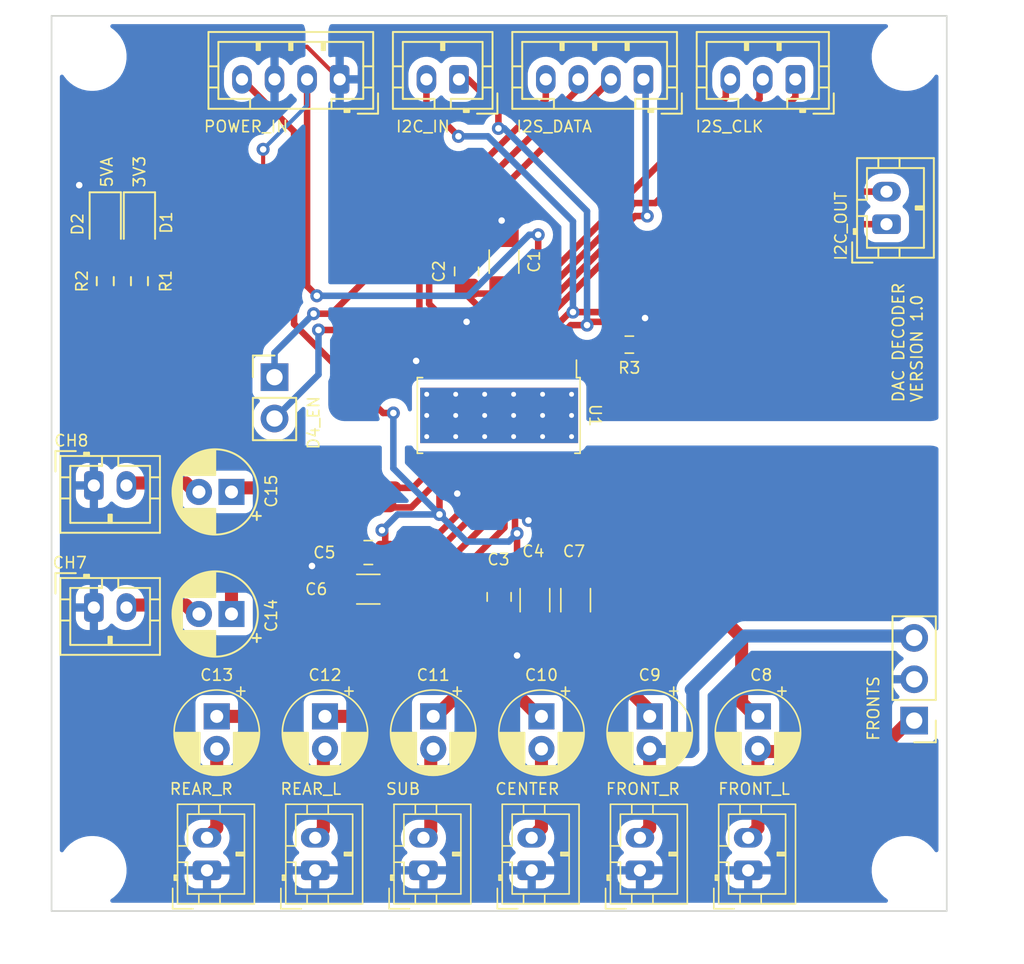
<source format=kicad_pcb>
(kicad_pcb (version 20211014) (generator pcbnew)
  (layers (0 "F.Cu" signal) (31 "B.Cu" signal) (34 "B.Paste" user) (35 "F.Paste" user) (36 "B.SilkS" user "B.Silkscreen") (37 "F.SilkS" user "F.Silkscreen") (38 "B.Mask" user) (39 "F.Mask" user) (44 "Edge.Cuts" user))
  (net 0 "")
  (net 1 "3V3")
  (net 2 "SDA")
  (net 3 "PCMCLK")
  (net 4 "BCLK")
  (net 5 "WCLK")
  (net 6 "I2S_D1")
  (net 7 "I2S_D2")
  (net 8 "I2S_D3")
  (net 9 "5VA")
  (net 10 "GND")
  (net 11 "AGND")
  (net 12 "ADDR")
  (net 13 "ZERO1")
  (net 14 "SCL")
  (net 15 "ZERO2")
  (net 16 "PAD")
  (net 17 "VOUT1")
  (net 18 "LEFT_FRONT")
  (net 19 "VOUT2")
  (net 20 "RIGHT_FRONT")
  (net 21 "VOUT3")
  (net 22 "LEFT_REAR")
  (net 23 "VOUT4")
  (net 24 "RIGHT_REAR")
  (net 25 "VOUT6")
  (net 26 "VOUT5")
  (net 27 "CENTER")
  (net 28 "SUBW")
  (net 29 "VOUT7")
  (net 30 "VOUT8")
  (net 31 "Net-(C7-Pad2)")
  (net 32 "CH7")
  (net 33 "CH8")
  (net 34 "I2S_D4")
  (net 35 "Net-(D1-Pad2)")
  (net 36 "Net-(D2-Pad2)")
  (net 37 "I2S_D4_IN")
  (footprint "LED_SMD:LED_0805_2012Metric_Pad1.15x1.40mm_HandSolder" (layer "F.Cu") (at 162.2 56.2 -90)
    (fp_text reference "D1" (at 0 -1.65 -270 unlocked) (layer "F.SilkS") (effects (font (size 0.7 0.7) (thickness 0.1))))
    (fp_text value "YELLOW")
    (pad "1" smd roundrect (at -1.025 0 270) (size 1.15 1.4) (layers "F.Cu" "F.Paste" "F.Mask") (roundrect_rratio 0.2173913043) (net 10 "GND"))
    (pad "2" smd roundrect (at 1.025 0 270) (size 1.15 1.4) (layers "F.Cu" "F.Paste" "F.Mask") (roundrect_rratio 0.2173913043) (net 35 "Net-(D1-Pad2)"))
  )
  (footprint "Connector_JST:JST_PH_B2B-PH-K_1x02_P2.00mm_Vertical" (layer "F.Cu") (at 192.95 96 90)
    (fp_text reference "J6" hide)
    (fp_text value "Conn_01x02_Male")
    (pad "1" thru_hole roundrect (at 0 0 90) (size 1.2 1.75) (drill 0.75) (layers *.Cu *.Mask) (roundrect_rratio 0.2083333333) (net 11 "AGND"))
    (pad "2" thru_hole oval (at 2 0 90) (size 1.2 1.75) (drill 0.75) (layers *.Cu *.Mask) (net 20 "RIGHT_FRONT"))
  )
  (footprint "LED_SMD:LED_0805_2012Metric_Pad1.15x1.40mm_HandSolder" (layer "F.Cu") (at 160.1 56.2 -90)
    (fp_text reference "D2" (at 0.1 1.7 -270 unlocked) (layer "F.SilkS") (effects (font (size 0.7 0.7) (thickness 0.1))))
    (fp_text value "YELLOW")
    (pad "1" smd roundrect (at -1.025 0 270) (size 1.15 1.4) (layers "F.Cu" "F.Paste" "F.Mask") (roundrect_rratio 0.2173913043) (net 11 "AGND"))
    (pad "2" smd roundrect (at 1.025 0 270) (size 1.15 1.4) (layers "F.Cu" "F.Paste" "F.Mask") (roundrect_rratio 0.2173913043) (net 36 "Net-(D2-Pad2)"))
  )
  (footprint "Capacitor_SMD:C_0805_2012Metric_Pad1.18x1.45mm_HandSolder" (layer "F.Cu") (at 176.2625 76.475 180)
    (fp_text reference "C5" (at 2.7 0 unlocked) (layer "F.SilkS") (effects (font (size 0.7 0.7) (thickness 0.1))))
    (fp_text value "100N")
    (pad "1" smd roundrect (at -1.0375 0 180) (size 1.175 1.45) (layers "F.Cu" "F.Paste" "F.Mask") (roundrect_rratio 0.2127659574) (net 9 "5VA"))
    (pad "2" smd roundrect (at 1.0375 0 180) (size 1.175 1.45) (layers "F.Cu" "F.Paste" "F.Mask") (roundrect_rratio 0.2127659574) (net 11 "AGND"))
  )
  (footprint "Capacitor_SMD:C_1206_3216Metric_Pad1.33x1.80mm_HandSolder" (layer "F.Cu") (at 176.2625 78.725 180)
    (fp_text reference "C6" (at 3.2 0 unlocked) (layer "F.SilkS") (effects (font (size 0.7 0.7) (thickness 0.1))))
    (fp_text value "10U")
    (pad "1" smd roundrect (at -1.5625 0 180) (size 1.325 1.8) (layers "F.Cu" "F.Paste" "F.Mask") (roundrect_rratio 0.1886792453) (net 9 "5VA"))
    (pad "2" smd roundrect (at 1.5625 0 180) (size 1.325 1.8) (layers "F.Cu" "F.Paste" "F.Mask") (roundrect_rratio 0.1886792453) (net 11 "AGND"))
  )
  (footprint "Connector_JST:JST_PH_B2B-PH-K_1x02_P2.00mm_Vertical" (layer "F.Cu") (at 208.1 56.3 90)
    (fp_text reference "J11" hide)
    (fp_text value "Conn_01x02_Male")
    (pad "1" thru_hole roundrect (at 0 0 90) (size 1.2 1.75) (drill 0.75) (layers *.Cu *.Mask) (roundrect_rratio 0.2083333333) (net 14 "SCL"))
    (pad "2" thru_hole oval (at 2 0 90) (size 1.2 1.75) (drill 0.75) (layers *.Cu *.Mask) (net 2 "SDA"))
  )
  (footprint "Connector_JST:JST_PH_B2B-PH-K_1x02_P2.00mm_Vertical" (layer "F.Cu") (at 159.4 79.85)
    (fp_text reference "J5" hide)
    (fp_text value "Conn_01x02_Male")
    (pad "1" thru_hole roundrect (at 0 0) (size 1.2 1.75) (drill 0.75) (layers *.Cu *.Mask) (roundrect_rratio 0.2083333333) (net 11 "AGND"))
    (pad "2" thru_hole oval (at 2 0) (size 1.2 1.75) (drill 0.75) (layers *.Cu *.Mask) (net 32 "CH7"))
  )
  (footprint "Connector_JST:JST_PH_B4B-PH-K_1x04_P2.00mm_Vertical" (layer "F.Cu") (at 193.166666 47.4 180)
    (fp_text reference "J9" hide)
    (fp_text value "Conn_01x04_Male")
    (pad "1" thru_hole roundrect (at 0 0 180) (size 1.2 1.75) (drill 0.75) (layers *.Cu *.Mask) (roundrect_rratio 0.2083333333) (net 6 "I2S_D1"))
    (pad "2" thru_hole oval (at 2 0 180) (size 1.2 1.75) (drill 0.75) (layers *.Cu *.Mask) (net 7 "I2S_D2"))
    (pad "3" thru_hole oval (at 4 0 180) (size 1.2 1.75) (drill 0.75) (layers *.Cu *.Mask) (net 8 "I2S_D3"))
    (pad "4" thru_hole oval (at 6 0 180) (size 1.2 1.75) (drill 0.75) (layers *.Cu *.Mask) (net 37 "I2S_D4_IN"))
  )
  (footprint "Resistor_SMD:R_0603_1608Metric_Pad0.98x0.95mm_HandSolder" (layer "F.Cu") (at 192.3 63.7 180)
    (fp_text reference "R3" (at 0 -1.43 unlocked) (layer "F.SilkS") (effects (font (size 0.7 0.7) (thickness 0.1))))
    (fp_text value "4.7K")
    (pad "1" smd roundrect (at -0.9125 0 180) (size 0.975 0.95) (layers "F.Cu" "F.Paste" "F.Mask") (net 10 "GND"))
    (pad "2" smd roundrect (at 0.9125 0 180) (size 0.975 0.95) (layers "F.Cu" "F.Paste" "F.Mask") (net 12 "ADDR"))
  )
  (footprint "Connector_JST:JST_PH_B2B-PH-K_1x02_P2.00mm_Vertical" (layer "F.Cu") (at 159.4 72.35)
    (fp_text reference "J7" hide)
    (fp_text value "Conn_01x02_Male")
    (pad "1" thru_hole roundrect (at 0 0) (size 1.2 1.75) (drill 0.75) (layers *.Cu *.Mask) (roundrect_rratio 0.2083333333) (net 11 "AGND"))
    (pad "2" thru_hole oval (at 2 0) (size 1.2 1.75) (drill 0.75) (layers *.Cu *.Mask) (net 33 "CH8"))
  )
  (footprint "Capacitor_THT:CP_Radial_D5.0mm_P2.00mm" (layer "F.Cu") (at 186.9 86.539888 -90)
    (fp_text reference "C10" (at -2.539888 0 unlocked) (layer "F.SilkS") (effects (font (size 0.7 0.7) (thickness 0.1))))
    (fp_text value "10U")
    (pad "1" thru_hole rect (at 0 0 270) (size 1.6 1.6) (drill 0.8) (layers *.Cu *.Mask) (net 21 "VOUT3"))
    (pad "2" thru_hole circle (at 2 0 270) (size 1.6 1.6) (drill 0.8) (layers *.Cu *.Mask) (net 22 "LEFT_REAR"))
  )
  (footprint "Connector_JST:JST_PH_B2B-PH-K_1x02_P2.00mm_Vertical" (layer "F.Cu") (at 199.6 96 90)
    (fp_text reference "J15" hide)
    (fp_text value "Conn_01x02_Male")
    (pad "1" thru_hole roundrect (at 0 0 90) (size 1.2 1.75) (drill 0.75) (layers *.Cu *.Mask) (roundrect_rratio 0.2083333333) (net 11 "AGND"))
    (pad "2" thru_hole oval (at 2 0 90) (size 1.2 1.75) (drill 0.75) (layers *.Cu *.Mask) (net 18 "LEFT_FRONT"))
  )
  (footprint "Capacitor_SMD:C_0805_2012Metric_Pad1.18x1.45mm_HandSolder" (layer "F.Cu") (at 184.3 79.2 -90)
    (fp_text reference "C3" (at -2.3 0.0375 unlocked) (layer "F.SilkS") (effects (font (size 0.7 0.7) (thickness 0.1))))
    (fp_text value "100N")
    (pad "1" smd roundrect (at -1.0375 0 270) (size 1.175 1.45) (layers "F.Cu" "F.Paste" "F.Mask") (roundrect_rratio 0.2127659574) (net 9 "5VA"))
    (pad "2" smd roundrect (at 1.0375 0 270) (size 1.175 1.45) (layers "F.Cu" "F.Paste" "F.Mask") (roundrect_rratio 0.2127659574) (net 11 "AGND"))
  )
  (footprint "Capacitor_THT:CP_Radial_D5.0mm_P2.00mm" (layer "F.Cu") (at 173.6 86.539888 -90)
    (fp_text reference "C12" (at -2.539888 0 unlocked) (layer "F.SilkS") (effects (font (size 0.7 0.7) (thickness 0.1))))
    (fp_text value "10U")
    (pad "1" thru_hole rect (at 0 0 270) (size 1.6 1.6) (drill 0.8) (layers *.Cu *.Mask) (net 26 "VOUT5"))
    (pad "2" thru_hole circle (at 2 0 270) (size 1.6 1.6) (drill 0.8) (layers *.Cu *.Mask) (net 27 "CENTER"))
  )
  (footprint "Connector_JST:JST_PH_B2B-PH-K_1x02_P2.00mm_Vertical" (layer "F.Cu") (at 173 96 90)
    (fp_text reference "J1" hide)
    (fp_text value "Conn_01x02_Male")
    (pad "1" thru_hole roundrect (at 0 0 90) (size 1.2 1.75) (drill 0.75) (layers *.Cu *.Mask) (roundrect_rratio 0.2083333333) (net 11 "AGND"))
    (pad "2" thru_hole oval (at 2 0 90) (size 1.2 1.75) (drill 0.75) (layers *.Cu *.Mask) (net 27 "CENTER"))
  )
  (footprint "Package_SO:HTSSOP-28-1EP_4.4x9.7mm_P0.65mm_EP3.4x9.5mm_Mask2.4x6.17mm_ThermalVias" (layer "F.Cu") (at 184.3 68.05 -90)
    (fp_text reference "U1" (at 0 -5.9 -90 unlocked) (layer "F.SilkS") (effects (font (size 0.7 0.7) (thickness 0.1))))
    (fp_text value "PCM1681")
    (pad "1" smd rect (at -2.85 -4.225 270) (size 1.1 0.4) (layers "F.Cu" "F.Paste" "F.Mask") (net 13 "ZERO1"))
    (pad "2" smd rect (at -2.85 -3.575 270) (size 1.1 0.4) (layers "F.Cu" "F.Paste" "F.Mask") (net 12 "ADDR"))
    (pad "3" smd rect (at -2.85 -2.925 270) (size 1.1 0.4) (layers "F.Cu" "F.Paste" "F.Mask") (net 14 "SCL"))
    (pad "4" smd rect (at -2.85 -2.275 270) (size 1.1 0.4) (layers "F.Cu" "F.Paste" "F.Mask") (net 2 "SDA"))
    (pad "5" smd rect (at -2.85 -1.625 270) (size 1.1 0.4) (layers "F.Cu" "F.Paste" "F.Mask") (net 3 "PCMCLK"))
    (pad "6" smd rect (at -2.85 -0.975 270) (size 1.1 0.4) (layers "F.Cu" "F.Paste" "F.Mask") (net 6 "I2S_D1"))
    (pad "7" smd rect (at -2.85 -0.325 270) (size 1.1 0.4) (layers "F.Cu" "F.Paste" "F.Mask") (net 4 "BCLK"))
    (pad "8" smd rect (at -2.85 0.325 270) (size 1.1 0.4) (layers "F.Cu" "F.Paste" "F.Mask") (net 5 "WCLK"))
    (pad "9" smd rect (at -2.85 0.975 270) (size 1.1 0.4) (layers "F.Cu" "F.Paste" "F.Mask") (net 1 "3V3"))
    (pad "10" smd rect (at -2.85 1.625 270) (size 1.1 0.4) (layers "F.Cu" "F.Paste" "F.Mask") (net 10 "GND"))
    (pad "11" smd rect (at -2.85 2.275 270) (size 1.1 0.4) (layers "F.Cu" "F.Paste" "F.Mask") (net 7 "I2S_D2"))
    (pad "12" smd rect (at -2.85 2.925 270) (size 1.1 0.4) (layers "F.Cu" "F.Paste" "F.Mask") (net 8 "I2S_D3"))
    (pad "13" smd rect (at -2.85 3.575 270) (size 1.1 0.4) (layers "F.Cu" "F.Paste" "F.Mask") (net 34 "I2S_D4"))
    (pad "14" smd rect (at -2.85 4.225 270) (size 1.1 0.4) (layers "F.Cu" "F.Paste" "F.Mask") (net 10 "GND"))
    (pad "15" smd rect (at 2.85 4.225 270) (size 1.1 0.4) (layers "F.Cu" "F.Paste" "F.Mask") (net 30 "VOUT8"))
    (pad "16" smd rect (at 2.85 3.575 270) (size 1.1 0.4) (layers "F.Cu" "F.Paste" "F.Mask") (net 29 "VOUT7"))
    (pad "17" smd rect (at 2.85 2.925 270) (size 1.1 0.4) (layers "F.Cu" "F.Paste" "F.Mask") (net 9 "5VA"))
    (pad "18" smd rect (at 2.85 2.275 270) (size 1.1 0.4) (layers "F.Cu" "F.Paste" "F.Mask") (net 11 "AGND"))
    (pad "19" smd rect (at 2.85 1.625 270) (size 1.1 0.4) (layers "F.Cu" "F.Paste" "F.Mask") (net 25 "VOUT6"))
    (pad "20" smd rect (at 2.85 0.975 270) (size 1.1 0.4) (layers "F.Cu" "F.Paste" "F.Mask") (net 26 "VOUT5"))
    (pad "21" smd rect (at 2.85 0.325 270) (size 1.1 0.4) (layers "F.Cu" "F.Paste" "F.Mask") (net 23 "VOUT4"))
    (pad "22" smd rect (at 2.85 -0.325 270) (size 1.1 0.4) (layers "F.Cu" "F.Paste" "F.Mask") (net 21 "VOUT3"))
    (pad "23" smd rect (at 2.85 -0.975 270) (size 1.1 0.4) (layers "F.Cu" "F.Paste" "F.Mask") (net 9 "5VA"))
    (pad "24" smd rect (at 2.85 -1.625 270) (size 1.1 0.4) (layers "F.Cu" "F.Paste" "F.Mask") (net 11 "AGND"))
    (pad "25" smd rect (at 2.85 -2.275 270) (size 1.1 0.4) (layers "F.Cu" "F.Paste" "F.Mask") (net 31 "Net-(C7-Pad2)"))
    (pad "26" smd rect (at 2.85 -2.925 270) (size 1.1 0.4) (layers "F.Cu" "F.Paste" "F.Mask") (net 19 "VOUT2"))
    (pad "27" smd rect (at 2.85 -3.575 270) (size 1.1 0.4) (layers "F.Cu" "F.Paste" "F.Mask") (net 17 "VOUT1"))
    (pad "28" smd rect (at 2.85 -4.225 270) (size 1.1 0.4) (layers "F.Cu" "F.Paste" "F.Mask") (net 15 "ZERO2"))
    (pad "29" thru_hole circle (at 1.3 4.45 270) (size 0.6 0.6) (drill 0.3) (layers *.Cu) (net 16 "PAD"))
    (pad "29" thru_hole circle (at 1.3 -0.89 270) (size 0.6 0.6) (drill 0.3) (layers *.Cu) (net 16 "PAD"))
    (pad "29" thru_hole circle (at 0 0.89 270) (size 0.6 0.6) (drill 0.3) (layers *.Cu) (net 16 "PAD"))
    (pad "29" thru_hole circle (at 1.3 -2.67 270) (size 0.6 0.6) (drill 0.3) (layers *.Cu) (net 16 "PAD"))
    (pad "29" thru_hole circle (at 1.3 2.67 270) (size 0.6 0.6) (drill 0.3) (layers *.Cu) (net 16 "PAD"))
    (pad "29" thru_hole circle (at 0 -4.45 270) (size 0.6 0.6) (drill 0.3) (layers *.Cu) (net 16 "PAD"))
    (pad "29" thru_hole circle (at 0 -2.67 270) (size 0.6 0.6) (drill 0.3) (layers *.Cu) (net 16 "PAD"))
    (pad "29" thru_hole circle (at -1.3 0.89 270) (size 0.6 0.6) (drill 0.3) (layers *.Cu) (net 16 "PAD"))
    (pad "29" thru_hole circle (at -1.3 -2.67 270) (size 0.6 0.6) (drill 0.3) (layers *.Cu) (net 16 "PAD"))
    (pad "29" thru_hole circle (at -1.3 4.45 270) (size 0.6 0.6) (drill 0.3) (layers *.Cu) (net 16 "PAD"))
    (pad "29" thru_hole circle (at -1.3 2.67 270) (size 0.6 0.6) (drill 0.3) (layers *.Cu) (net 16 "PAD"))
    (pad "29" thru_hole circle (at 0 2.67 270) (size 0.6 0.6) (drill 0.3) (layers *.Cu) (net 16 "PAD"))
    (pad "29" thru_hole circle (at 0 4.45 270) (size 0.6 0.6) (drill 0.3) (layers *.Cu) (net 16 "PAD"))
    (pad "29" smd rect (at 0 0 270) (size 3.4 9.7) (layers "B.Cu") (net 16 "PAD"))
    (pad "29" thru_hole circle (at -1.3 -0.89 270) (size 0.6 0.6) (drill 0.3) (layers *.Cu) (net 16 "PAD"))
    (pad "29" thru_hole circle (at -1.3 -4.45 270) (size 0.6 0.6) (drill 0.3) (layers *.Cu) (net 16 "PAD"))
    (pad "29" thru_hole circle (at 0 -0.89 270) (size 0.6 0.6) (drill 0.3) (layers *.Cu) (net 16 "PAD"))
    (pad "29" thru_hole circle (at 1.3 0.89 270) (size 0.6 0.6) (drill 0.3) (layers *.Cu) (net 16 "PAD"))
    (pad "29" thru_hole circle (at 1.3 -4.45 270) (size 0.6 0.6) (drill 0.3) (layers *.Cu) (net 16 "PAD"))
    (pad "29" smd rect (at 0 0 270) (size 3.4 9.7) (layers "F.Cu") (net 16 "PAD"))
  )
  (footprint "Capacitor_SMD:C_1206_3216Metric_Pad1.33x1.80mm_HandSolder" (layer "F.Cu") (at 189 79.4 90)
    (fp_text reference "C7" (at 3 -0.1 unlocked) (layer "F.SilkS") (effects (font (size 0.7 0.7) (thickness 0.1))))
    (fp_text value "10U")
    (pad "1" smd roundrect (at -1.5625 0 90) (size 1.325 1.8) (layers "F.Cu" "F.Paste" "F.Mask") (roundrect_rratio 0.1886792453) (net 11 "AGND"))
    (pad "2" smd roundrect (at 1.5625 0 90) (size 1.325 1.8) (layers "F.Cu" "F.Paste" "F.Mask") (roundrect_rratio 0.1886792453) (net 31 "Net-(C7-Pad2)"))
  )
  (footprint "Capacitor_THT:CP_Radial_D5.0mm_P2.00mm" (layer "F.Cu") (at 166.95 86.539888 -90)
    (fp_text reference "C13" (at -2.539888 0 unlocked) (layer "F.SilkS") (effects (font (size 0.7 0.7) (thickness 0.1))))
    (fp_text value "10U")
    (pad "1" thru_hole rect (at 0 0 270) (size 1.6 1.6) (drill 0.8) (layers *.Cu *.Mask) (net 25 "VOUT6"))
    (pad "2" thru_hole circle (at 2 0 270) (size 1.6 1.6) (drill 0.8) (layers *.Cu *.Mask) (net 28 "SUBW"))
  )
  (footprint "Capacitor_SMD:C_0805_2012Metric_Pad1.18x1.45mm_HandSolder" (layer "F.Cu") (at 182.3 59.2 -90)
    (fp_text reference "C2" (at 0 1.7 90 unlocked) (layer "F.SilkS") (effects (font (size 0.7 0.7) (thickness 0.1))))
    (fp_text value "100N")
    (pad "1" smd roundrect (at -1.0375 0 270) (size 1.175 1.45) (layers "F.Cu" "F.Paste" "F.Mask") (roundrect_rratio 0.2127659574) (net 10 "GND"))
    (pad "2" smd roundrect (at 1.0375 0 270) (size 1.175 1.45) (layers "F.Cu" "F.Paste" "F.Mask") (roundrect_rratio 0.2127659574) (net 1 "3V3"))
  )
  (footprint "Connector_JST:JST_PH_B4B-PH-K_1x04_P2.00mm_Vertical" (layer "F.Cu") (at 174.5 47.4 180)
    (fp_text reference "J10" hide)
    (fp_text value "Conn_01x04_Male")
    (pad "1" thru_hole roundrect (at 0 0 180) (size 1.2 1.75) (drill 0.75) (layers *.Cu *.Mask) (roundrect_rratio 0.2083333333) (net 10 "GND"))
    (pad "2" thru_hole oval (at 2 0 180) (size 1.2 1.75) (drill 0.75) (layers *.Cu *.Mask) (net 1 "3V3"))
    (pad "3" thru_hole oval (at 4 0 180) (size 1.2 1.75) (drill 0.75) (layers *.Cu *.Mask) (net 11 "AGND"))
    (pad "4" thru_hole oval (at 6 0 180) (size 1.2 1.75) (drill 0.75) (layers *.Cu *.Mask) (net 9 "5VA"))
  )
  (footprint "Capacitor_THT:CP_Radial_D5.0mm_P2.00mm" (layer "F.Cu") (at 200.2 86.539888 -90)
    (fp_text reference "C8" (at -2.539888 -0.2 unlocked) (layer "F.SilkS") (effects (font (size 0.7 0.7) (thickness 0.1))))
    (fp_text value "10U")
    (pad "1" thru_hole rect (at 0 0 270) (size 1.6 1.6) (drill 0.8) (layers *.Cu *.Mask) (net 17 "VOUT1"))
    (pad "2" thru_hole circle (at 2 0 270) (size 1.6 1.6) (drill 0.8) (layers *.Cu *.Mask) (net 18 "LEFT_FRONT"))
  )
  (footprint "Connector_PinHeader_2.54mm:PinHeader_1x03_P2.54mm_Vertical" (layer "F.Cu") (at 209.8 86.8 180)
    (fp_text reference "J13" hide)
    (fp_text value "Conn_01x03_Male")
    (pad "1" thru_hole rect (at 0 0 180) (size 1.7 1.7) (drill 1) (layers *.Cu *.Mask) (net 18 "LEFT_FRONT"))
    (pad "2" thru_hole oval (at 0 2.54 180) (size 1.7 1.7) (drill 1) (layers *.Cu *.Mask) (net 11 "AGND"))
    (pad "3" thru_hole oval (at 0 5.08 180) (size 1.7 1.7) (drill 1) (layers *.Cu *.Mask) (net 20 "RIGHT_FRONT"))
  )
  (footprint "Connector_JST:JST_PH_B2B-PH-K_1x02_P2.00mm_Vertical" (layer "F.Cu") (at 179.65 96 90)
    (fp_text reference "J2" hide)
    (fp_text value "Conn_01x02_Male")
    (pad "1" thru_hole roundrect (at 0 0 90) (size 1.2 1.75) (drill 0.75) (layers *.Cu *.Mask) (roundrect_rratio 0.2083333333) (net 11 "AGND"))
    (pad "2" thru_hole oval (at 2 0 90) (size 1.2 1.75) (drill 0.75) (layers *.Cu *.Mask) (net 24 "RIGHT_REAR"))
  )
  (footprint "Capacitor_SMD:C_1206_3216Metric_Pad1.33x1.80mm_HandSolder" (layer "F.Cu") (at 186.5 79.4 -90)
    (fp_text reference "C4" (at -3 0.1 unlocked) (layer "F.SilkS") (effects (font (size 0.7 0.7) (thickness 0.1))))
    (fp_text value "10U")
    (pad "1" smd roundrect (at -1.5625 0 270) (size 1.325 1.8) (layers "F.Cu" "F.Paste" "F.Mask") (roundrect_rratio 0.1886792453) (net 9 "5VA"))
    (pad "2" smd roundrect (at 1.5625 0 270) (size 1.325 1.8) (layers "F.Cu" "F.Paste" "F.Mask") (roundrect_rratio 0.1886792453) (net 11 "AGND"))
  )
  (footprint "MountingHole:MountingHole_3.2mm_M3" (layer "F.Cu") (at 209.3 96)
    (fp_text reference "H2" hide)
    (fp_text value "MountingHole")
    (pad "" np_thru_hole circle (at 0 0) (size 3.2 3.2) (drill 3.2) (layers *.Cu *.Mask))
  )
  (footprint "Capacitor_THT:CP_Radial_D5.0mm_P2.00mm" (layer "F.Cu") (at 167.855113 72.75 180)
    (fp_text reference "C15" (at -2.444887 0.05 90 unlocked) (layer "F.SilkS") (effects (font (size 0.7 0.7) (thickness 0.1))))
    (fp_text value "10U")
    (pad "1" thru_hole rect (at 0 0 180) (size 1.6 1.6) (drill 0.8) (layers *.Cu *.Mask) (net 30 "VOUT8"))
    (pad "2" thru_hole circle (at 2 0 180) (size 1.6 1.6) (drill 0.8) (layers *.Cu *.Mask) (net 33 "CH8"))
  )
  (footprint "Capacitor_THT:CP_Radial_D5.0mm_P2.00mm" (layer "F.Cu") (at 167.855113 80.25 180)
    (fp_text reference "C14" (at -2.444887 -0.1 90 unlocked) (layer "F.SilkS") (effects (font (size 0.7 0.7) (thickness 0.1))))
    (fp_text value "10U")
    (pad "1" thru_hole rect (at 0 0 180) (size 1.6 1.6) (drill 0.8) (layers *.Cu *.Mask) (net 29 "VOUT7"))
    (pad "2" thru_hole circle (at 2 0 180) (size 1.6 1.6) (drill 0.8) (layers *.Cu *.Mask) (net 32 "CH7"))
  )
  (footprint "Connector_JST:JST_PH_B3B-PH-K_1x03_P2.00mm_Vertical" (layer "F.Cu") (at 202.5 47.4 180)
    (fp_text reference "J8" hide)
    (fp_text value "Conn_01x03_Male")
    (pad "1" thru_hole roundrect (at 0 0 180) (size 1.2 1.75) (drill 0.75) (layers *.Cu *.Mask) (roundrect_rratio 0.2083333333) (net 3 "PCMCLK"))
    (pad "2" thru_hole oval (at 2 0 180) (size 1.2 1.75) (drill 0.75) (layers *.Cu *.Mask) (net 4 "BCLK"))
    (pad "3" thru_hole oval (at 4 0 180) (size 1.2 1.75) (drill 0.75) (layers *.Cu *.Mask) (net 5 "WCLK"))
  )
  (footprint "Capacitor_THT:CP_Radial_D5.0mm_P2.00mm" (layer "F.Cu") (at 193.55 86.539888 -90)
    (fp_text reference "C9" (at -2.539888 0 unlocked) (layer "F.SilkS") (effects (font (size 0.7 0.7) (thickness 0.1))))
    (fp_text value "10U")
    (pad "1" thru_hole rect (at 0 0 270) (size 1.6 1.6) (drill 0.8) (layers *.Cu *.Mask) (net 19 "VOUT2"))
    (pad "2" thru_hole circle (at 2 0 270) (size 1.6 1.6) (drill 0.8) (layers *.Cu *.Mask) (net 20 "RIGHT_FRONT"))
  )
  (footprint "Resistor_SMD:R_0603_1608Metric_Pad0.98x0.95mm_HandSolder" (layer "F.Cu") (at 162.2 59.8 90)
    (fp_text reference "R1" (at 0 1.61838 90 unlocked) (layer "F.SilkS") (effects (font (size 0.7 0.7) (thickness 0.1))))
    (fp_text value "430R")
    (pad "1" smd roundrect (at -0.9125 0 90) (size 0.975 0.95) (layers "F.Cu" "F.Paste" "F.Mask") (net 1 "3V3"))
    (pad "2" smd roundrect (at 0.9125 0 90) (size 0.975 0.95) (layers "F.Cu" "F.Paste" "F.Mask") (net 35 "Net-(D1-Pad2)"))
  )
  (footprint "MountingHole:MountingHole_3.2mm_M3" (layer "F.Cu") (at 159.3 46)
    (fp_text reference "H3" hide)
    (fp_text value "MountingHole")
    (pad "" np_thru_hole circle (at 0 0) (size 3.2 3.2) (drill 3.2) (layers *.Cu *.Mask))
  )
  (footprint "Connector_JST:JST_PH_B2B-PH-K_1x02_P2.00mm_Vertical" (layer "F.Cu") (at 181.833333 47.4 180)
    (fp_text reference "J12" hide)
    (fp_text value "Conn_01x02_Male")
    (pad "1" thru_hole roundrect (at 0 0 180) (size 1.2 1.75) (drill 0.75) (layers *.Cu *.Mask) (roundrect_rratio 0.2083333333) (net 14 "SCL"))
    (pad "2" thru_hole oval (at 2 0 180) (size 1.2 1.75) (drill 0.75) (layers *.Cu *.Mask) (net 2 "SDA"))
  )
  (footprint "Connector_JST:JST_PH_B2B-PH-K_1x02_P2.00mm_Vertical" (layer "F.Cu") (at 186.3 96 90)
    (fp_text reference "J4" hide)
    (fp_text value "Conn_01x02_Male")
    (pad "1" thru_hole roundrect (at 0 0 90) (size 1.2 1.75) (drill 0.75) (layers *.Cu *.Mask) (roundrect_rratio 0.2083333333) (net 11 "AGND"))
    (pad "2" thru_hole oval (at 2 0 90) (size 1.2 1.75) (drill 0.75) (layers *.Cu *.Mask) (net 22 "LEFT_REAR"))
  )
  (footprint "Capacitor_THT:CP_Radial_D5.0mm_P2.00mm" (layer "F.Cu") (at 180.25 86.539888 -90)
    (fp_text reference "C11" (at -2.539888 0 unlocked) (layer "F.SilkS") (effects (font (size 0.7 0.7) (thickness 0.1))))
    (fp_text value "10U")
    (pad "1" thru_hole rect (at 0 0 270) (size 1.6 1.6) (drill 0.8) (layers *.Cu *.Mask) (net 23 "VOUT4"))
    (pad "2" thru_hole circle (at 2 0 270) (size 1.6 1.6) (drill 0.8) (layers *.Cu *.Mask) (net 24 "RIGHT_REAR"))
  )
  (footprint "Resistor_SMD:R_0603_1608Metric_Pad0.98x0.95mm_HandSolder" (layer "F.Cu") (at 160.1 59.8 90)
    (fp_text reference "R2" (at 0 -1.43 90 unlocked) (layer "F.SilkS") (effects (font (size 0.7 0.7) (thickness 0.1))))
    (fp_text value "1K")
    (pad "1" smd roundrect (at -0.9125 0 90) (size 0.975 0.95) (layers "F.Cu" "F.Paste" "F.Mask") (net 9 "5VA"))
    (pad "2" smd roundrect (at 0.9125 0 90) (size 0.975 0.95) (layers "F.Cu" "F.Paste" "F.Mask") (net 36 "Net-(D2-Pad2)"))
  )
  (footprint "Capacitor_SMD:C_1206_3216Metric_Pad1.33x1.80mm_HandSolder" (layer "F.Cu") (at 184.6 58.6 -90)
    (fp_text reference "C1" (at 0 -1.85 90 unlocked) (layer "F.SilkS") (effects (font (size 0.7 0.7) (thickness 0.1))))
    (fp_text value "10U")
    (pad "1" smd roundrect (at -1.5625 0 270) (size 1.325 1.8) (layers "F.Cu" "F.Paste" "F.Mask") (roundrect_rratio 0.1886792453) (net 10 "GND"))
    (pad "2" smd roundrect (at 1.5625 0 270) (size 1.325 1.8) (layers "F.Cu" "F.Paste" "F.Mask") (roundrect_rratio 0.1886792453) (net 1 "3V3"))
  )
  (footprint "MountingHole:MountingHole_3.2mm_M3" (layer "F.Cu") (at 159.3 96)
    (fp_text reference "H4" hide)
    (fp_text value "MountingHole")
    (pad "" np_thru_hole circle (at 0 0) (size 3.2 3.2) (drill 3.2) (layers *.Cu *.Mask))
  )
  (footprint "Connector_PinHeader_2.54mm:PinHeader_1x02_P2.54mm_Vertical" (layer "F.Cu") (at 170.5 65.7)
    (fp_text reference "J14" hide)
    (fp_text value "Conn_01x02_Male")
    (pad "1" thru_hole rect (at 0 0) (size 1.7 1.7) (drill 1) (layers *.Cu *.Mask) (net 37 "I2S_D4_IN"))
    (pad "2" thru_hole oval (at 0 2.54) (size 1.7 1.7) (drill 1) (layers *.Cu *.Mask) (net 34 "I2S_D4"))
  )
  (footprint "Connector_JST:JST_PH_B2B-PH-K_1x02_P2.00mm_Vertical" (layer "F.Cu") (at 166.35 96 90)
    (fp_text reference "J3" hide)
    (fp_text value "Conn_01x02_Male")
    (pad "1" thru_hole roundrect (at 0 0 90) (size 1.2 1.75) (drill 0.75) (layers *.Cu *.Mask) (roundrect_rratio 0.2083333333) (net 11 "AGND"))
    (pad "2" thru_hole oval (at 2 0 90) (size 1.2 1.75) (drill 0.75) (layers *.Cu *.Mask) (net 28 "SUBW"))
  )
  (footprint "MountingHole:MountingHole_3.2mm_M3" (layer "F.Cu") (at 209.3 46)
    (fp_text reference "H1" hide)
    (fp_text value "MountingHole")
    (pad "" np_thru_hole circle (at 0 0) (size 3.2 3.2) (drill 3.2) (layers *.Cu *.Mask))
  )
  (gr_line (start 156.8 98.5) (end 211.8 98.5) (layer "Edge.Cuts") (width 0.1))
  (gr_line (start 211.8 98.5) (end 211.8 43.5) (layer "Edge.Cuts") (width 0.1))
  (gr_line (start 211.8 43.5) (end 156.8 43.5) (layer "Edge.Cuts") (width 0.1))
  (gr_line (start 156.8 43.5) (end 156.8 98.5) (layer "Edge.Cuts") (width 0.1))
  (gr_text "REAR_R" (at 164 91) (layer "F.SilkS") (effects (font (size 0.7 0.7) (thickness 0.1)) (justify left)))
  (gr_text "5VA" (at 160.2 54.1 90) (layer "F.SilkS") (effects (font (size 0.7 0.7) (thickness 0.1)) (justify left)))
  (gr_text "CH8" (at 156.9 69.6) (layer "F.SilkS") (effects (font (size 0.7 0.7) (thickness 0.1)) (justify left)))
  (gr_text "DAC DECODER\nVERSION 1.0" (at 209.4 67.3 90) (layer "F.SilkS") (effects (font (size 0.7 0.7) (thickness 0.1)) (justify left)))
  (gr_text "3V3" (at 162.2 54.1 90) (layer "F.SilkS") (effects (font (size 0.7 0.7) (thickness 0.1)) (justify left)))
  (gr_text "FRONT_R" (at 190.8 91) (layer "F.SilkS") (effects (font (size 0.7 0.7) (thickness 0.1)) (justify left)))
  (gr_text "I2S_DATA" (at 185.3 50.3) (layer "F.SilkS") (effects (font (size 0.7 0.7) (thickness 0.1)) (justify left)))
  (gr_text "FRONTS" (at 207.3 88.1 90) (layer "F.SilkS") (effects (font (size 0.7 0.7) (thickness 0.1)) (justify left)))
  (gr_text "REAR_L" (at 170.8 91) (layer "F.SilkS") (effects (font (size 0.7 0.7) (thickness 0.1)) (justify left)))
  (gr_text "D4_EN" (at 172.9 70.2 90) (layer "F.SilkS") (effects (font (size 0.7 0.7) (thickness 0.1)) (justify left)))
  (gr_text "I2C_OUT" (at 205.3 58.6 90) (layer "F.SilkS") (effects (font (size 0.7 0.7) (thickness 0.1)) (justify left)))
  (gr_text "FRONT_L" (at 197.7 91) (layer "F.SilkS") (effects (font (size 0.7 0.7) (thickness 0.1)) (justify left)))
  (gr_text "CH7" (at 156.8 77.1) (layer "F.SilkS") (effects (font (size 0.7 0.7) (thickness 0.1)) (justify left)))
  (gr_text "CENTER" (at 184 91) (layer "F.SilkS") (effects (font (size 0.7 0.7) (thickness 0.1)) (justify left)))
  (gr_text "I2S_CLK" (at 196.3 50.3) (layer "F.SilkS") (effects (font (size 0.7 0.7) (thickness 0.1)) (justify left)))
  (gr_text "SUB" (at 177.283288 91) (layer "F.SilkS") (effects (font (size 0.7 0.7) (thickness 0.1)) (justify left)))
  (gr_text "POWER_IN" (at 166.1 50.3) (layer "F.SilkS") (effects (font (size 0.7 0.7) (thickness 0.1)) (justify left)))
  (gr_text "I2C_IN" (at 177.9 50.3) (layer "F.SilkS") (effects (font (size 0.7 0.7) (thickness 0.1)) (justify left)))
  (segment (start 183.325 61.6625) (end 183.325 65.2) (width 0.4) (layer "F.Cu") (net 1))
  (segment (start 172.5 60.1) (end 173.1 60.7) (width 0.4) (layer "F.Cu") (net 1))
  (segment (start 169.8 53.1125) (end 169.8 51.7) (width 0.25) (layer "F.Cu") (net 1))
  (segment (start 186.6995 58.463) (end 186.6995 56.949902) (width 0.4) (layer "F.Cu") (net 1))
  (segment (start 184.6 60.5625) (end 186.6995 58.463) (width 0.4) (layer "F.Cu") (net 1))
  (segment (start 162.2 60.7125) (end 169.8 53.1125) (width 0.25) (layer "F.Cu") (net 1))
  (segment (start 182.3 60.6375) (end 183.325 61.6625) (width 0.4) (layer "F.Cu") (net 1))
  (segment (start 172.5 47.4) (end 172.5 60.1) (width 0.4) (layer "F.Cu") (net 1))
  (segment (start 182.375 60.5625) (end 184.6 60.5625) (width 0.4) (layer "F.Cu") (net 1))
  (via (at 173.1 60.7) (size 0.8) (drill 0.4) (layers "F.Cu" "B.Cu") (net 1))
  (via (at 186.6995 56.949902) (size 0.8) (drill 0.4) (layers "F.Cu" "B.Cu") (net 1))
  (via (at 169.8 51.7) (size 0.8) (drill 0.4) (layers "F.Cu" "B.Cu") (net 1))
  (segment (start 172.5 49) (end 169.8 51.7) (width 0.25) (layer "B.Cu") (net 1))
  (segment (start 172.5 47.4) (end 172.5 49) (width 0.25) (layer "B.Cu") (net 1))
  (segment (start 173.1 60.7) (end 182.4 60.7) (width 0.4) (layer "B.Cu") (net 1))
  (segment (start 186.150098 56.949902) (end 186.6995 56.949902) (width 0.4) (layer "B.Cu") (net 1))
  (segment (start 182.4 60.7) (end 186.150098 56.949902) (width 0.4) (layer "B.Cu") (net 1))
  (segment (start 198.2 54.3) (end 208.1 54.3) (width 0.4) (layer "F.Cu") (net 2))
  (segment (start 179.833333 48.933333) (end 181.8 50.9) (width 0.4) (layer "F.Cu") (net 2))
  (segment (start 186.575 63.777178) (end 188.651678 61.7005) (width 0.4) (layer "F.Cu") (net 2))
  (segment (start 186.575 65.2) (end 186.575 63.777178) (width 0.4) (layer "F.Cu") (net 2))
  (segment (start 179.833333 47.4) (end 179.833333 48.933333) (width 0.4) (layer "F.Cu") (net 2))
  (segment (start 188.651678 61.7005) (end 188.834786 61.7005) (width 0.4) (layer "F.Cu") (net 2))
  (segment (start 190.7995 61.7005) (end 198.2 54.3) (width 0.4) (layer "F.Cu") (net 2))
  (segment (start 188.834786 61.7005) (end 190.7995 61.7005) (width 0.4) (layer "F.Cu") (net 2))
  (via (at 181.8 50.9) (size 0.8) (drill 0.4) (layers "F.Cu" "B.Cu") (net 2))
  (via (at 188.834786 61.7005) (size 0.8) (drill 0.4) (layers "F.Cu" "B.Cu") (net 2))
  (segment (start 188.834786 61.7005) (end 188.834786 56.124917) (width 0.4) (layer "B.Cu") (net 2))
  (segment (start 183.609869 50.9) (end 181.8 50.9) (width 0.4) (layer "B.Cu") (net 2))
  (segment (start 188.834786 56.124917) (end 183.609869 50.9) (width 0.4) (layer "B.Cu") (net 2))
  (segment (start 202.5 48.493757) (end 193.493757 57.5) (width 0.4) (layer "F.Cu") (net 3))
  (segment (start 185.925 63.375) (end 185.925 65.2) (width 0.4) (layer "F.Cu") (net 3))
  (segment (start 202.5 47.4) (end 202.5 48.493757) (width 0.4) (layer "F.Cu") (net 3))
  (segment (start 191.8 57.5) (end 185.925 63.375) (width 0.4) (layer "F.Cu") (net 3))
  (segment (start 193.493757 57.5) (end 191.8 57.5) (width 0.4) (layer "F.Cu") (net 3))
  (segment (start 192.5995 55.0005) (end 184.625 62.975) (width 0.4) (layer "F.Cu") (net 4))
  (segment (start 184.625 62.975) (end 184.625 65.2) (width 0.4) (layer "F.Cu") (net 4))
  (segment (start 193.8995 55.0005) (end 192.5995 55.0005) (width 0.4) (layer "F.Cu") (net 4))
  (segment (start 200.3 48.6) (end 193.8995 55.0005) (width 0.4) (layer "F.Cu") (net 4))
  (segment (start 200.3 47.4) (end 200.3 48.6) (width 0.4) (layer "F.Cu") (net 4))
  (segment (start 198.225 48.527178) (end 183.975 62.777178) (width 0.4) (layer "F.Cu") (net 5))
  (segment (start 183.975 62.777178) (end 183.975 65.2) (width 0.4) (layer "F.Cu") (net 5))
  (segment (start 198.225 47.4) (end 198.225 48.527178) (width 0.4) (layer "F.Cu") (net 5))
  (segment (start 185.275 65.2) (end 185.275 63.177178) (width 0.4) (layer "F.Cu") (net 6))
  (segment (start 185.275 63.177178) (end 192.652178 55.8) (width 0.4) (layer "F.Cu") (net 6))
  (segment (start 192.652178 55.8) (end 193.4 55.8) (width 0.4) (layer "F.Cu") (net 6))
  (via (at 193.4 55.8) (size 0.8) (drill 0.4) (layers "F.Cu" "B.Cu") (net 6))
  (segment (start 193.3 47.533334) (end 193.3 55.7) (width 0.4) (layer "B.Cu") (net 6))
  (segment (start 193.3 55.7) (end 193.4 55.8) (width 0.4) (layer "B.Cu") (net 6))
  (segment (start 182.1 56.5) (end 181.5 56.5) (width 0.4) (layer "F.Cu") (net 7))
  (segment (start 190.891666 47.708334) (end 182.1 56.5) (width 0.4) (layer "F.Cu") (net 7))
  (segment (start 180 61.2) (end 180.429665 61.629665) (width 0.4) (layer "F.Cu") (net 7))
  (segment (start 181.5 56.5) (end 180 58) (width 0.4) (layer "F.Cu") (net 7))
  (segment (start 180.429665 61.629665) (end 180.499001 61.629665) (width 0.4) (layer "F.Cu") (net 7))
  (segment (start 180 58) (end 180 61.2) (width 0.4) (layer "F.Cu") (net 7))
  (segment (start 182.025 63.155664) (end 182.025 65.2) (width 0.4) (layer "F.Cu") (net 7))
  (segment (start 180.499001 61.629665) (end 182.025 63.155664) (width 0.4) (layer "F.Cu") (net 7))
  (segment (start 181.375 63.775) (end 181.375 65.2) (width 0.4) (layer "F.Cu") (net 8))
  (segment (start 189.166666 47.985512) (end 179.400499 57.751679) (width 0.4) (layer "F.Cu") (net 8))
  (segment (start 179.400499 61.800499) (end 181.375 63.775) (width 0.4) (layer "F.Cu") (net 8))
  (segment (start 179.400499 57.751679) (end 179.400499 61.800499) (width 0.4) (layer "F.Cu") (net 8))
  (segment (start 171.7 50.6) (end 168.5 47.4) (width 0.4) (layer "F.Cu") (net 9))
  (segment (start 171.7 62.430664) (end 171.7 61.8) (width 0.4) (layer "F.Cu") (net 9))
  (segment (start 161.6875 62.3) (end 171.2 62.3) (width 0.25) (layer "F.Cu") (net 9))
  (segment (start 185.275 70.9) (end 185.275 75.175) (width 0.4) (layer "F.Cu") (net 9))
  (segment (start 186.2375 77.8375) (end 185.4 77) (width 0.4) (layer "F.Cu") (net 9))
  (segment (start 171.7 61.8) (end 171.7 50.6) (width 0.4) (layer "F.Cu") (net 9))
  (segment (start 186.5 77.8375) (end 184.625 77.8375) (width 0.4) (layer "F.Cu") (net 9))
  (segment (start 181.375 70.9) (end 181.375 72.072822) (width 0.4) (layer "F.Cu") (net 9))
  (segment (start 160.1 60.7125) (end 161.6875 62.3) (width 0.25) (layer "F.Cu") (net 9))
  (segment (start 181.375 72.072822) (end 180.634668 72.813154) (width 0.4) (layer "F.Cu") (net 9))
  (segment (start 177.3 76.475) (end 177.3 78.2) (width 0.4) (layer "F.Cu") (net 9))
  (segment (start 177.3 75.3) (end 177.1 75.1) (width 0.4) (layer "F.Cu") (net 9))
  (segment (start 177.3 76.475) (end 177.3 75.3) (width 0.4) (layer "F.Cu") (net 9))
  (segment (start 180.634668 72.813154) (end 180.634668 74.134668) (width 0.4) (layer "F.Cu") (net 9))
  (segment (start 177.169336 67.9) (end 171.7 62.430664) (width 0.4) (layer "F.Cu") (net 9))
  (segment (start 177.3 78.2) (end 177.825 78.725) (width 0.4) (layer "F.Cu") (net 9))
  (segment (start 177.8 67.9) (end 177.169336 67.9) (width 0.4) (layer "F.Cu") (net 9))
  (segment (start 185.275 75.175) (end 185.4 75.3) (width 0.4) (layer "F.Cu") (net 9))
  (segment (start 171.2 62.3) (end 171.7 61.8) (width 0.25) (layer "F.Cu") (net 9))
  (segment (start 185.4 77) (end 185.4 75.3) (width 0.4) (layer "F.Cu") (net 9))
  (via (at 177.8 67.9) (size 0.8) (drill 0.4) (layers "F.Cu" "B.Cu") (net 9))
  (via (at 185.4 75.3) (size 0.8) (drill 0.4) (layers "F.Cu" "B.Cu") (net 9))
  (via (at 177.1 75.1) (size 0.8) (drill 0.4) (layers "F.Cu" "B.Cu") (net 9))
  (via (at 180.634668 74.134668) (size 0.8) (drill 0.4) (layers "F.Cu" "B.Cu") (net 9))
  (segment (start 177.8 71.3) (end 180.634668 74.134668) (width 0.4) (layer "B.Cu") (net 9))
  (segment (start 178.065332 74.134668) (end 180.634668 74.134668) (width 0.4) (layer "B.Cu") (net 9))
  (segment (start 182.3 75.8) (end 184.9 75.8) (width 0.4) (layer "B.Cu") (net 9))
  (segment (start 184.9 75.8) (end 185.4 75.3) (width 0.4) (layer "B.Cu") (net 9))
  (segment (start 180.634668 74.134668) (end 182.3 75.8) (width 0.4) (layer "B.Cu") (net 9))
  (segment (start 177.1 75.1) (end 178.065332 74.134668) (width 0.4) (layer "B.Cu") (net 9))
  (segment (start 177.8 67.9) (end 177.8 71.3) (width 0.4) (layer "B.Cu") (net 9))
  (segment (start 193.2 63.6875) (end 193.2 62.130664) (width 0.4) (layer "F.Cu") (net 10))
  (segment (start 172.5 45.4) (end 174.5 47.4) (width 0.25) (layer "F.Cu") (net 10))
  (segment (start 182.675 65.2) (end 182.675 62.675) (width 0.4) (layer "F.Cu") (net 10))
  (segment (start 184.6 56.221449) (end 184.454608 56.076057) (width 0.4) (layer "F.Cu") (net 10))
  (segment (start 166.5 45.4) (end 172.5 45.4) (width 0.25) (layer "F.Cu") (net 10))
  (segment (start 179.7 65.2) (end 179.2 64.7) (width 0.4) (layer "F.Cu") (net 10))
  (segment (start 182.675 62.675) (end 182.3 62.3) (width 0.4) (layer "F.Cu") (net 10))
  (segment (start 184.6 56.2625) (end 184.6 56.221449) (width 0.4) (layer "F.Cu") (net 10))
  (segment (start 182.3 58.5625) (end 184.6 56.2625) (width 0.4) (layer "F.Cu") (net 10))
  (segment (start 162.725 55.175) (end 165.6 52.3) (width 0.25) (layer "F.Cu") (net 10))
  (segment (start 180.075 65.2) (end 179.7 65.2) (width 0.4) (layer "F.Cu") (net 10))
  (segment (start 165.6 52.3) (end 165.6 46.3) (width 0.25) (layer "F.Cu") (net 10))
  (segment (start 165.6 46.3) (end 166.5 45.4) (width 0.25) (layer "F.Cu") (net 10))
  (segment (start 193.2 62.130664) (end 193.265332 62.065332) (width 0.4) (layer "F.Cu") (net 10))
  (via (at 193.265332 62.065332) (size 0.8) (drill 0.4) (layers "F.Cu" "B.Cu") (net 10))
  (via (at 182.3 62.3) (size 0.8) (drill 0.4) (layers "F.Cu" "B.Cu") (net 10))
  (via (at 179.2 64.7) (size 0.8) (drill 0.4) (layers "F.Cu" "B.Cu") (net 10))
  (via (at 184.454608 56.076057) (size 0.8) (drill 0.4) (layers "F.Cu" "B.Cu") (net 10))
  (segment (start 186.5 80.9625) (end 186.5 81.7) (width 0.4) (layer "F.Cu") (net 11))
  (segment (start 159.775 55.175) (end 158.5 53.9) (width 0.25) (layer "F.Cu") (net 11))
  (segment (start 189 80.9625) (end 186.5 80.9625) (width 0.4) (layer "F.Cu") (net 11))
  (segment (start 184.3 80.2375) (end 185.775 80.2375) (width 0.4) (layer "F.Cu") (net 11))
  (segment (start 174.7 78.725) (end 174.7 77) (width 0.4) (layer "F.Cu") (net 11))
  (segment (start 185.925 74.325) (end 186.1 74.5) (width 0.4) (layer "F.Cu") (net 11))
  (segment (start 174.7 77) (end 175.225 76.475) (width 0.4) (layer "F.Cu") (net 11))
  (segment (start 186.5 81.7) (end 185.4 82.8) (width 0.4) (layer "F.Cu") (net 11))
  (segment (start 175.225 76.475) (end 174.325 77.375) (width 0.4) (layer "F.Cu") (net 11))
  (segment (start 182.025 72.553487) (end 181.726938 72.851549) (width 0.4) (layer "F.Cu") (net 11))
  (segment (start 182.025 70.9) (end 182.025 72.553487) (width 0.4) (layer "F.Cu") (net 11))
  (segment (start 174.325 77.375) (end 172.7625 77.375) (width 0.4) (layer "F.Cu") (net 11))
  (segment (start 185.775 80.2375) (end 186.5 80.9625) (width 0.4) (layer "F.Cu") (net 11))
  (segment (start 185.925 70.9) (end 185.925 74.325) (width 0.4) (layer "F.Cu") (net 11))
  (via (at 172.8 77.3) (size 0.8) (drill 0.4) (layers "F.Cu" "B.Cu") (net 11))
  (via (at 181.726938 72.851549) (size 0.8) (drill 0.4) (layers "F.Cu" "B.Cu") (net 11))
  (via (at 158.5 53.9) (size 0.8) (drill 0.4) (layers "F.Cu" "B.Cu") (net 11))
  (via (at 185.4 82.8) (size 0.8) (drill 0.4) (layers "F.Cu" "B.Cu") (net 11))
  (via (at 186.1 74.5) (size 0.8) (drill 0.4) (layers "F.Cu" "B.Cu") (net 11))
  (segment (start 188.4 63.7) (end 187.875 64.225) (width 0.4) (layer "F.Cu") (net 12))
  (segment (start 187.875 64.225) (end 187.875 65.2) (width 0.4) (layer "F.Cu") (net 12))
  (segment (start 191.3875 63.7) (end 188.4 63.7) (width 0.4) (layer "F.Cu") (net 12))
  (segment (start 187.225 63.975) (end 188.7 62.5) (width 0.4) (layer "F.Cu") (net 14))
  (segment (start 189.899999 62.300001) (end 191.899999 62.300001) (width 0.4) (layer "F.Cu") (net 14))
  (segment (start 188.7 62.5) (end 189.7 62.5) (width 0.4) (layer "F.Cu") (net 14))
  (segment (start 197.9 56.3) (end 208.1 56.3) (width 0.4) (layer "F.Cu") (net 14))
  (segment (start 182.4 47.4) (end 184.254934 49.254934) (width 0.4) (layer "F.Cu") (net 14))
  (segment (start 189.7 62.5) (end 189.899999 62.300001) (width 0.4) (layer "F.Cu") (net 14))
  (segment (start 191.899999 62.300001) (end 197.9 56.3) (width 0.4) (layer "F.Cu") (net 14))
  (segment (start 187.225 65.2) (end 187.225 63.975) (width 0.4) (layer "F.Cu") (net 14))
  (segment (start 184.254934 49.254934) (end 184.254934 50.414401) (width 0.4) (layer "F.Cu") (net 14))
  (via (at 189.7 62.5) (size 0.8) (drill 0.4) (layers "F.Cu" "B.Cu") (net 14))
  (via (at 184.254934 50.414401) (size 0.8) (drill 0.4) (layers "F.Cu" "B.Cu") (net 14))
  (segment (start 189.7 55.5) (end 184.614401 50.414401) (width 0.4) (layer "B.Cu") (net 14))
  (segment (start 189.7 62.5) (end 189.7 55.5) (width 0.4) (layer "B.Cu") (net 14))
  (segment (start 184.614401 50.414401) (end 184.254934 50.414401) (width 0.4) (layer "B.Cu") (net 14))
  (segment (start 200.139888 86.639888) (end 199.2 85.7) (width 0.8) (layer "F.Cu") (net 17))
  (segment (start 191.4 73.9) (end 191.7 74.2) (width 0.4) (layer "F.Cu") (net 17))
  (segment (start 199.2 81.7) (end 191.8 74.3) (width 0.8) (layer "F.Cu") (net 17))
  (segment (start 187.875 70.9) (end 187.875 71.627178) (width 0.4) (layer "F.Cu") (net 17))
  (segment (start 199.2 85.7) (end 199.2 81.7) (width 0.8) (layer "F.Cu") (net 17))
  (segment (start 187.875 71.627178) (end 190.147822 73.9) (width 0.4) (layer "F.Cu") (net 17))
  (segment (start 190.147822 73.9) (end 191.4 73.9) (width 0.4) (layer "F.Cu") (net 17))
  (segment (start 200.2 93.4) (end 200.2 88.539888) (width 0.8) (layer "F.Cu") (net 18))
  (segment (start 203.5 88.639888) (end 207.660112 88.639888) (width 0.8) (layer "F.Cu") (net 18))
  (segment (start 207.660112 88.639888) (end 209.5 86.8) (width 0.8) (layer "F.Cu") (net 18))
  (segment (start 200.2 88.7) (end 205.439888 88.7) (width 0.8) (layer "F.Cu") (net 18))
  (segment (start 199.6 94) (end 200.2 93.4) (width 0.8) (layer "F.Cu") (net 18))
  (segment (start 187.225 70.9) (end 187.275 70.95) (width 0.4) (layer "F.Cu") (net 19))
  (segment (start 191.9 77.1) (end 189.2 74.4) (width 0.8) (layer "F.Cu") (net 19))
  (segment (start 193.55 86.189888) (end 191.9 84.539888) (width 0.8) (layer "F.Cu") (net 19))
  (segment (start 187.275 70.95) (end 187.275 72.475) (width 0.4) (layer "F.Cu") (net 19))
  (segment (start 191.9 84.539888) (end 191.9 77.1) (width 0.8) (layer "F.Cu") (net 19))
  (segment (start 187.275 72.475) (end 189.2 74.4) (width 0.4) (layer "F.Cu") (net 19))
  (segment (start 193.55 93.4) (end 193.55 88.539888) (width 0.8) (layer "F.Cu") (net 20))
  (segment (start 192.95 94) (end 193.55 93.4) (width 0.8) (layer "F.Cu") (net 20))
  (segment (start 196.1 84.9) (end 199.4 81.6) (width 0.8) (layer "B.Cu") (net 20))
  (segment (start 196.2 88.560112) (end 196.060112 88.7) (width 0.8) (layer "B.Cu") (net 20))
  (segment (start 196.2 84.960112) (end 196.2 88.560112) (width 0.8) (layer "B.Cu") (net 20))
  (segment (start 196.060112 88.7) (end 193.55 88.7) (width 0.8) (layer "B.Cu") (net 20))
  (segment (start 199.4 81.6) (end 209.68 81.6) (width 0.8) (layer "B.Cu") (net 20))
  (segment (start 182.7 78.8) (end 182.8 78.9) (width 0.4) (layer "F.Cu") (net 21))
  (segment (start 182.7 76.869336) (end 182.7 78.8) (width 0.4) (layer "F.Cu") (net 21))
  (segment (start 184.625 74.944336) (end 182.7 76.869336) (width 0.4) (layer "F.Cu") (net 21))
  (segment (start 186.839888 86.639888) (end 182.7 82.5) (width 0.8) (layer "F.Cu") (net 21))
  (segment (start 182.7 82.5) (end 182.7 79) (width 0.8) (layer "F.Cu") (net 21))
  (segment (start 184.625 70.9) (end 184.625 74.944336) (width 0.4) (layer "F.Cu") (net 21))
  (segment (start 186.9 93.4) (end 186.9 88.539888) (width 0.8) (layer "F.Cu") (net 22))
  (segment (start 186.3 94) (end 186.9 93.4) (width 0.8) (layer "F.Cu") (net 22))
  (segment (start 183.975 70.9) (end 183.975 74.20576) (width 0.4) (layer "F.Cu") (net 23))
  (segment (start 180.25 86.7) (end 181.7 85.25) (width 0.8) (layer "F.Cu") (net 23))
  (segment (start 181.6 76.7) (end 181.8 76.9) (width 0.4) (layer "F.Cu") (net 23))
  (segment (start 181.6 76.58076) (end 181.6 76.7) (width 0.4) (layer "F.Cu") (net 23))
  (segment (start 181.7 85.25) (end 181.7 77) (width 0.8) (layer "F.Cu") (net 23))
  (segment (start 183.975 74.20576) (end 181.6 76.58076) (width 0.4) (layer "F.Cu") (net 23))
  (segment (start 179.65 94) (end 180.1 93.55) (width 0.8) (layer "F.Cu") (net 24))
  (segment (start 180.1 93.55) (end 180.1 89.1) (width 0.8) (layer "F.Cu") (net 24))
  (segment (start 179.5 76.4) (end 179.5 77.3) (width 0.4) (layer "F.Cu") (net 25))
  (segment (start 167.110112 86.539888) (end 169.060112 86.539888) (width 0.8) (layer "F.Cu") (net 25))
  (segment (start 179.5 80.1) (end 179.5 77.7) (width 0.8) (layer "F.Cu") (net 25))
  (segment (start 182.675 70.9) (end 182.675 73.225) (width 0.4) (layer "F.Cu") (net 25))
  (segment (start 182.675 73.225) (end 179.5 76.4) (width 0.4) (layer "F.Cu") (net 25))
  (segment (start 172.7 82.9) (end 176.7 82.9) (width 0.8) (layer "F.Cu") (net 25))
  (segment (start 176.7 82.9) (end 179.5 80.1) (width 0.8) (layer "F.Cu") (net 25))
  (segment (start 179.5 77.3) (end 179.7 77.5) (width 0.4) (layer "F.Cu") (net 25))
  (segment (start 169.060112 86.539888) (end 172.7 82.9) (width 0.8) (layer "F.Cu") (net 25))
  (segment (start 180.6 76.3) (end 180.6 77.2) (width 0.4) (layer "F.Cu") (net 26))
  (segment (start 173.760112 86.539888) (end 175.3 86.539888) (width 0.8) (layer "F.Cu") (net 26))
  (segment (start 180.6 81.239888) (end 180.6 77.2) (width 0.8) (layer "F.Cu") (net 26))
  (segment (start 183.325 70.9) (end 183.325 73.575) (width 0.4) (layer "F.Cu") (net 26))
  (segment (start 175.3 86.539888) (end 180.6 81.239888) (width 0.8) (layer "F.Cu") (net 26))
  (segment (start 183.325 73.575) (end 180.6 76.3) (width 0.4) (layer "F.Cu") (net 26))
  (segment (start 173 94) (end 173.5 93.5) (width 0.8) (layer "F.Cu") (net 27))
  (segment (start 173.5 93.5) (end 173.5 89.16) (width 0.8) (layer "F.Cu") (net 27))
  (segment (start 166.35 94) (end 166.95 93.4) (width 0.8) (layer "F.Cu") (net 28))
  (segment (start 166.95 93.4) (end 166.95 88.7) (width 0.8) (layer "F.Cu") (net 28))
  (segment (start 167.855113 77.944887) (end 172.2 73.6) (width 0.8) (layer "F.Cu") (net 29))
  (segment (start 180.725 70.9) (end 180.725 71.875) (width 0.4) (layer "F.Cu") (net 29))
  (segment (start 178.9 73.7) (end 177.8 73.7) (width 0.4) (layer "F.Cu") (net 29))
  (segment (start 172.2 73.6) (end 177.6 73.6) (width 0.8) (layer "F.Cu") (net 29))
  (segment (start 178.9 73.7) (end 180.725 71.875) (width 0.4) (layer "F.Cu") (net 29))
  (segment (start 167.855113 80.25) (end 167.855113 77.944887) (width 0.8) (layer "F.Cu") (net 29))
  (segment (start 179 72.5) (end 180.075 71.425) (width 0.4) (layer "F.Cu") (net 30))
  (segment (start 179 72.5) (end 177.9 72.5) (width 0.4) (layer "F.Cu") (net 30))
  (segment (start 180.075 70.9) (end 180.075 71.425) (width 0.4) (layer "F.Cu") (net 30))
  (segment (start 168.105113 72.5) (end 177.9 72.5) (width 0.8) (layer "F.Cu") (net 30))
  (segment (start 187.6 76.4375) (end 189 77.8375) (width 0.4) (layer "F.Cu") (net 31))
  (segment (start 186.575 70.9) (end 186.575 72.875) (width 0.4) (layer "F.Cu") (net 31))
  (segment (start 186.575 72.875) (end 187.6 73.9) (width 0.4) (layer "F.Cu") (net 31))
  (segment (start 187.6 73.9) (end 187.6 76.4375) (width 0.4) (layer "F.Cu") (net 31))
  (segment (start 161.55 79.7) (end 165.05 79.7) (width 0.8) (layer "F.Cu") (net 32))
  (segment (start 165.05 79.7) (end 165.6 80.25) (width 0.8) (layer "F.Cu") (net 32))
  (segment (start 161.55 72.2) (end 165.05 72.2) (width 0.8) (layer "F.Cu") (net 33))
  (segment (start 165.05 72.2) (end 165.6 72.75) (width 0.8) (layer "F.Cu") (net 33))
  (segment (start 179.275 62.8) (end 173.2 62.8) (width 0.4) (layer "F.Cu") (net 34))
  (segment (start 180.725 64.25) (end 179.275 62.8) (width 0.4) (layer "F.Cu") (net 34))
  (segment (start 180.725 65.2) (end 180.725 64.25) (width 0.4) (layer "F.Cu") (net 34))
  (via (at 173.2 62.8) (size 0.8) (drill 0.4) (layers "F.Cu" "B.Cu") (net 34))
  (segment (start 173.2 65.54) (end 173.2 62.8) (width 0.4) (layer "B.Cu") (net 34))
  (segment (start 170.5 68.24) (end 173.2 65.54) (width 0.4) (layer "B.Cu") (net 34))
  (segment (start 162.2 57.225) (end 162.2 58.8875) (width 0.25) (layer "F.Cu") (net 35))
  (segment (start 160.1 57.225) (end 160.1 58.8875) (width 0.25) (layer "F.Cu") (net 36))
  (segment (start 187.166666 48.633334) (end 174 61.8) (width 0.4) (layer "F.Cu") (net 37))
  (segment (start 187.166666 47.4) (end 187.166666 48.633334) (width 0.4) (layer "F.Cu") (net 37))
  (segment (start 174 61.8) (end 172.9 61.8) (width 0.4) (layer "F.Cu") (net 37))
  (via (at 172.9 61.8) (size 0.8) (drill 0.4) (layers "F.Cu" "B.Cu") (net 37))
  (segment (start 170.5 64.2) (end 170.5 65.7) (width 0.4) (layer "B.Cu") (net 37))
  (segment (start 172.9 61.8) (end 170.5 64.2) (width 0.4) (layer "B.Cu") (net 37))
  (zone (net 11) (net_name "AGND") (layer "B.Cu") (connect_pads (clearance 0.508)) (min_thickness 0.254) (fill yes (thermal_gap 0.508) (thermal_bridge_width 0.508) (smoothing fillet) (radius 1))
    (polygon (pts (xy 172.4 71.2) (xy 154.4 71.2) (xy 154.4 43.2) (xy 172.4 43.2)))
  )
  (zone (net 11) (net_name "AGND") (layer "B.Cu") (connect_pads (clearance 0.508)) (min_thickness 0.254) (fill yes (thermal_gap 0.508) (thermal_bridge_width 0.508) (smoothing fillet) (radius 1))
    (polygon (pts (xy 212 99.9) (xy 155.5 99.9) (xy 155.5 69.9) (xy 212 69.9)))
  )
  (zone (net 10) (net_name "GND") (layer "B.Cu") (connect_pads (clearance 0.508)) (min_thickness 0.254) (fill yes (thermal_gap 0.508) (thermal_bridge_width 0.508) (smoothing fillet) (radius 1))
    (polygon (pts (xy 212.5 68.4) (xy 173.8 68.4) (xy 173.8 42.9) (xy 212.5 42.9)))
  )
)
</source>
